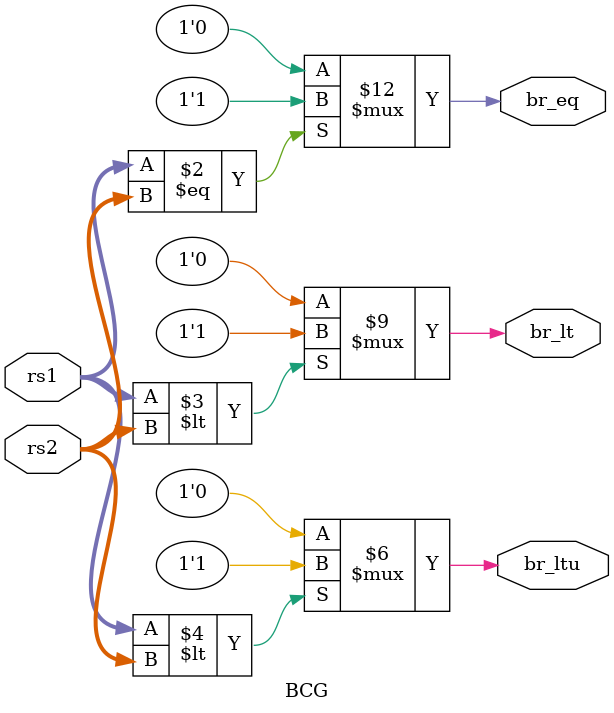
<source format=sv>
module BCG(
input logic [31:0] rs1,
input logic [31:0] rs2,
output logic br_eq,
output logic br_lt,
output logic br_ltu
);

always_comb begin
    br_eq  = 0;
    br_lt  = 0;
    br_ltu = 0;

    if (rs1 == rs2)
        br_eq = 1;

    if ($signed(rs1) < $signed(rs2))
        br_lt = 1;

    if (rs1 < rs2)
        br_ltu = 1;
end
       
endmodule
</source>
